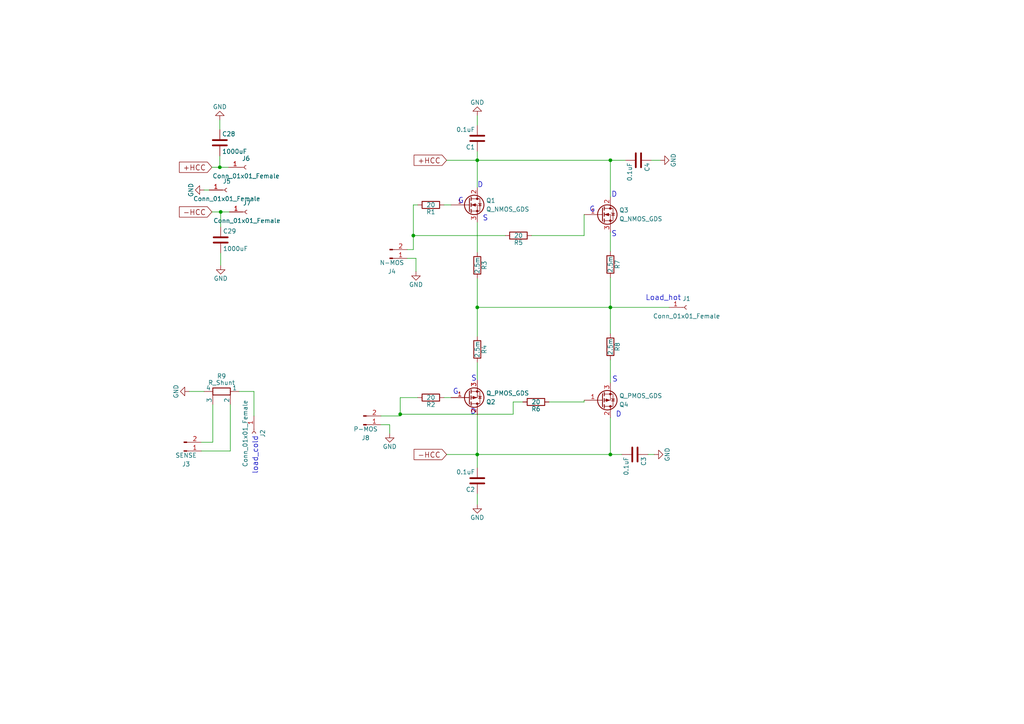
<source format=kicad_sch>
(kicad_sch (version 20230121) (generator eeschema)
  (paper "A4")
  (lib_symbols
    (symbol "Connector:Conn_01x02_Pin" (pin_names (offset 1.016) hide)
      (property "Reference" "J" (at 0 2.54 0))
      (property "Value" "Conn_01x02_Pin" (at 0 -5.08 0))
      (symbol "Conn_01x02_Pin_1_1"
        (polyline (pts (xy 1.27 -2.54) (xy 0.8636 -2.54)) (stroke (width 0.1524)))
        (polyline (pts (xy 1.27 0) (xy 0.8636 0)) (stroke (width 0.1524)))
        (rectangle (start 0.8636 -2.413) (end 0 -2.667) (stroke (width 0.1524)) (fill (type outline)))
        (rectangle (start 0.8636 0.127) (end 0 -0.127) (stroke (width 0.1524)) (fill (type outline)))
        (pin passive line (at 5.08 0 180) (length 3.81) (name "Pin_1") (number "1"))
        (pin passive line (at 5.08 -2.54 180) (length 3.81) (name "Pin_2") (number "2"))
      )
    )
    (symbol "rear-rescue:C-rear-rescue" (pin_numbers hide) (pin_names (offset 0.254))
      (property "Reference" "C" (at 0.635 2.54 0))
      (property "Value" "rear-rescue_C" (at 0.635 -2.54 0))
      (symbol "C-rear-rescue_0_1"
        (polyline (pts (xy -2.032 -0.762) (xy 2.032 -0.762)) (stroke (width 0.508)))
        (polyline (pts (xy -2.032 0.762) (xy 2.032 0.762)) (stroke (width 0.508)))
      )
      (symbol "C-rear-rescue_1_1"
        (pin passive line (at 0 3.81 270) (length 2.794) (name "~") (number "1"))
        (pin passive line (at 0 -3.81 90) (length 2.794) (name "~") (number "2"))
      )
    )
    (symbol "rear-rescue:Conn_01x01_Female-rear-rescue" (pin_names (offset 1.016) hide)
      (property "Reference" "J" (at 0 2.54 0))
      (property "Value" "rear-rescue_Conn_01x01_Female" (at 0 -2.54 0))
      (symbol "Conn_01x01_Female-rear-rescue_1_1"
        (polyline (pts (xy -1.27 0) (xy -0.508 0)) (stroke (width 0.1524)))
        (arc (start 0 0.508) (mid -0.5058 0) (end 0 -0.508) (stroke (width 0.1524)))
        (pin passive line (at -5.08 0 0) (length 3.81) (name "Pin_1") (number "1"))
      )
    )
    (symbol "rear-rescue:GND-rear-rescue" (power) (pin_names (offset 0))
      (property "Value" "GND-rear-rescue" (at 0 -3.81 0))
      (symbol "GND-rear-rescue_0_1"
        (polyline (pts (xy 0 0) (xy 0 -1.27) (xy 1.27 -1.27) (xy 0 -2.54) (xy -1.27 -1.27) (xy 0 -1.27)))
      )
      (symbol "GND-rear-rescue_1_1"
        (pin power_in line (at 0 0 270) (length 0) hide (name "GND") (number "1"))
      )
    )
    (symbol "rear-rescue:Q_NMOS_GDS-rear-rescue" (pin_names (offset 0) hide)
      (property "Reference" "Q" (at 5.08 1.27 0))
      (property "Value" "rear-rescue_Q_NMOS_GDS" (at 5.08 -1.27 0))
      (symbol "Q_NMOS_GDS-rear-rescue_0_1"
        (polyline (pts (xy 0.0508 0) (xy 0.254 0)))
        (polyline (pts (xy 0.762 -1.778) (xy 2.54 -1.778)))
        (polyline (pts (xy 0.762 -1.27) (xy 0.762 -2.286)) (stroke (width 0.254)))
        (polyline (pts (xy 0.762 0) (xy 2.54 0)))
        (polyline (pts (xy 0.762 0.508) (xy 0.762 -0.508)) (stroke (width 0.254)))
        (polyline (pts (xy 0.762 1.778) (xy 2.54 1.778)))
        (polyline (pts (xy 0.762 2.286) (xy 0.762 1.27)) (stroke (width 0.254)))
        (polyline (pts (xy 2.54 -1.778) (xy 2.54 -2.54)))
        (polyline (pts (xy 2.54 -1.778) (xy 2.54 0)))
        (polyline (pts (xy 2.54 2.54) (xy 2.54 1.778)))
        (polyline (pts (xy 0.254 1.905) (xy 0.254 -1.905) (xy 0.254 -1.905)) (stroke (width 0.254)))
        (polyline (pts (xy 1.016 0) (xy 2.032 0.381) (xy 2.032 -0.381) (xy 1.016 0)) (fill (type outline)))
        (polyline (pts (xy 2.54 -1.778) (xy 3.302 -1.778) (xy 3.302 1.778) (xy 2.54 1.778)))
        (polyline (pts (xy 2.794 0.508) (xy 2.921 0.381) (xy 3.683 0.381) (xy 3.81 0.254)))
        (polyline (pts (xy 3.302 0.381) (xy 2.921 -0.254) (xy 3.683 -0.254) (xy 3.302 0.381)))
        (circle (center 1.651 0) (radius 2.8194) (stroke (width 0.254)))
        (circle (center 2.54 -1.778) (radius 0.2794) (fill (type outline)))
        (circle (center 2.54 1.778) (radius 0.2794) (fill (type outline)))
      )
      (symbol "Q_NMOS_GDS-rear-rescue_1_1"
        (pin input line (at -5.08 0 0) (length 5.08) (name "G") (number "1"))
        (pin passive line (at 2.54 5.08 270) (length 2.54) (name "D") (number "2"))
        (pin passive line (at 2.54 -5.08 90) (length 2.54) (name "S") (number "3"))
      )
    )
    (symbol "rear-rescue:Q_PMOS_GDS-rear-rescue" (pin_names (offset 0) hide)
      (property "Reference" "Q" (at 5.08 1.27 0))
      (property "Value" "rear-rescue_Q_PMOS_GDS" (at 5.08 -1.27 0))
      (symbol "Q_PMOS_GDS-rear-rescue_0_1"
        (polyline (pts (xy 0.0508 0) (xy 0.254 0)))
        (polyline (pts (xy 0.762 -1.778) (xy 2.54 -1.778)))
        (polyline (pts (xy 0.762 -1.27) (xy 0.762 -2.286)) (stroke (width 0.254)))
        (polyline (pts (xy 0.762 0) (xy 2.54 0)))
        (polyline (pts (xy 0.762 0.508) (xy 0.762 -0.508)) (stroke (width 0.254)))
        (polyline (pts (xy 0.762 1.778) (xy 2.54 1.778)))
        (polyline (pts (xy 0.762 2.286) (xy 0.762 1.27)) (stroke (width 0.254)))
        (polyline (pts (xy 2.54 -1.778) (xy 2.54 -2.54)))
        (polyline (pts (xy 2.54 -1.778) (xy 2.54 0)))
        (polyline (pts (xy 2.54 2.54) (xy 2.54 1.778)))
        (polyline (pts (xy 0.254 1.905) (xy 0.254 -1.905) (xy 0.254 -1.905)) (stroke (width 0.254)))
        (polyline (pts (xy 2.286 0) (xy 1.27 -0.381) (xy 1.27 0.381) (xy 2.286 0)) (fill (type outline)))
        (polyline (pts (xy 2.54 -1.778) (xy 3.302 -1.778) (xy 3.302 1.778) (xy 2.54 1.778)))
        (polyline (pts (xy 2.794 -0.508) (xy 2.921 -0.381) (xy 3.683 -0.381) (xy 3.81 -0.254)))
        (polyline (pts (xy 3.302 -0.381) (xy 2.921 0.254) (xy 3.683 0.254) (xy 3.302 -0.381)))
        (circle (center 1.651 0) (radius 2.8194) (stroke (width 0.254)))
        (circle (center 2.54 -1.778) (radius 0.2794) (fill (type outline)))
        (circle (center 2.54 1.778) (radius 0.2794) (fill (type outline)))
      )
      (symbol "Q_PMOS_GDS-rear-rescue_1_1"
        (pin input line (at -5.08 0 0) (length 5.08) (name "G") (number "1"))
        (pin passive line (at 2.54 5.08 270) (length 2.54) (name "D") (number "2"))
        (pin passive line (at 2.54 -5.08 90) (length 2.54) (name "S") (number "3"))
      )
    )
    (symbol "rear-rescue:R-rear-rescue" (pin_numbers hide) (pin_names (offset 0))
      (property "Reference" "R" (at 2.032 0 90))
      (property "Value" "rear-rescue_R" (at 0 0 90))
      (symbol "R-rear-rescue_0_1"
        (rectangle (start -1.016 -2.54) (end 1.016 2.54) (stroke (width 0.254)))
      )
      (symbol "R-rear-rescue_1_1"
        (pin passive line (at 0 3.81 270) (length 1.27) (name "~") (number "1"))
        (pin passive line (at 0 -3.81 90) (length 1.27) (name "~") (number "2"))
      )
    )
    (symbol "rear-rescue:R_Shunt-rear-rescue" (pin_numbers hide) (pin_names (offset 0))
      (property "Reference" "R" (at -4.445 0 90))
      (property "Value" "rear-rescue_R_Shunt" (at -2.54 0 90))
      (symbol "R_Shunt-rear-rescue_0_1"
        (rectangle (start -1.016 -2.54) (end 1.016 2.54) (stroke (width 0.254)))
        (polyline (pts (xy 0 -2.54) (xy 1.27 -2.54)))
        (polyline (pts (xy 1.27 2.54) (xy 0 2.54)))
      )
      (symbol "R_Shunt-rear-rescue_1_1"
        (pin passive line (at 0 5.08 270) (length 2.54) (name "1") (number "1"))
        (pin passive line (at 3.81 2.54 180) (length 2.54) (name "2") (number "2"))
        (pin passive line (at 3.81 -2.54 180) (length 2.54) (name "3") (number "3"))
        (pin passive line (at 0 -5.08 90) (length 2.54) (name "4") (number "4"))
      )
    )
  )
  (junction (at 177.038 89.154))
  (junction (at 119.888 68.326))
  (junction (at 138.43 46.482))
  (junction (at 116.078 120.142))
  (junction (at 177.038 131.826))
  (junction (at 138.43 131.826))
  (junction (at 64.008 61.468))
  (junction (at 177.038 46.482))
  (junction (at 63.754 48.514))
  (junction (at 138.43 89.154))
  (wire (pts (xy 64.008 65.786) (xy 64.008 61.468)))
  (wire (pts (xy 159.258 116.586) (xy 169.418 116.586)))
  (wire (pts (xy 177.038 80.518) (xy 177.038 89.154)))
  (wire (pts (xy 138.43 146.304) (xy 138.43 143.256)))
  (wire (pts (xy 61.468 61.468) (xy 64.008 61.468)))
  (wire (pts (xy 58.42 130.81) (xy 66.802 130.81)))
  (wire (pts (xy 59.182 55.118) (xy 60.706 55.118)))
  (wire (pts (xy 69.342 113.538) (xy 73.66 113.538)))
  (wire (pts (xy 129.54 131.826) (xy 138.43 131.826)))
  (wire (pts (xy 119.888 59.436) (xy 119.888 68.326)))
  (wire (pts (xy 119.888 68.326) (xy 146.558 68.326)))
  (wire (pts (xy 138.43 43.942) (xy 138.43 46.482)))
  (wire (pts (xy 116.078 115.316) (xy 116.078 120.142)))
  (wire (pts (xy 177.038 67.31) (xy 177.038 72.898)))
  (wire (pts (xy 169.418 68.326) (xy 169.418 62.23)))
  (wire (pts (xy 63.754 45.212) (xy 63.754 48.514)))
  (wire (pts (xy 138.43 64.516) (xy 138.43 73.152)))
  (wire (pts (xy 154.178 68.326) (xy 169.418 68.326)))
  (wire (pts (xy 128.778 59.436) (xy 130.81 59.436)))
  (wire (pts (xy 169.418 116.586) (xy 169.418 116.078)))
  (wire (pts (xy 61.468 48.514) (xy 63.754 48.514)))
  (wire (pts (xy 138.43 46.482) (xy 177.038 46.482)))
  (wire (pts (xy 118.11 74.93) (xy 120.65 74.93)))
  (wire (pts (xy 66.802 117.348) (xy 66.802 130.81)))
  (wire (pts (xy 116.078 120.142) (xy 148.844 120.142)))
  (wire (pts (xy 148.844 120.142) (xy 148.844 116.586)))
  (wire (pts (xy 110.49 123.19) (xy 113.03 123.19)))
  (wire (pts (xy 138.43 131.826) (xy 138.43 135.636)))
  (wire (pts (xy 138.43 120.396) (xy 138.43 131.826)))
  (wire (pts (xy 73.66 113.538) (xy 73.66 120.65)))
  (wire (pts (xy 177.038 46.482) (xy 181.356 46.482)))
  (wire (pts (xy 59.182 113.538) (xy 54.864 113.538)))
  (wire (pts (xy 113.03 123.19) (xy 113.03 125.73)))
  (wire (pts (xy 187.96 131.826) (xy 189.738 131.826)))
  (wire (pts (xy 138.43 89.154) (xy 177.038 89.154)))
  (wire (pts (xy 138.43 131.826) (xy 177.038 131.826)))
  (wire (pts (xy 129.54 46.482) (xy 138.43 46.482)))
  (wire (pts (xy 138.43 105.156) (xy 138.43 110.236)))
  (wire (pts (xy 177.038 89.154) (xy 177.038 96.774)))
  (wire (pts (xy 64.008 76.962) (xy 64.008 73.406)))
  (wire (pts (xy 177.038 131.826) (xy 180.34 131.826)))
  (wire (pts (xy 116.078 120.65) (xy 116.078 120.142)))
  (wire (pts (xy 177.038 104.394) (xy 177.038 110.998)))
  (wire (pts (xy 177.038 121.158) (xy 177.038 131.826)))
  (wire (pts (xy 121.158 115.316) (xy 116.078 115.316)))
  (wire (pts (xy 119.888 72.39) (xy 119.888 68.326)))
  (wire (pts (xy 64.008 61.468) (xy 66.548 61.468)))
  (wire (pts (xy 188.976 46.482) (xy 191.516 46.482)))
  (wire (pts (xy 177.038 89.154) (xy 194.056 89.154)))
  (wire (pts (xy 61.722 117.348) (xy 61.722 128.27)))
  (wire (pts (xy 138.43 46.482) (xy 138.43 54.356)))
  (wire (pts (xy 110.49 120.65) (xy 116.078 120.65)))
  (wire (pts (xy 121.158 59.436) (xy 119.888 59.436)))
  (wire (pts (xy 63.754 48.514) (xy 66.294 48.514)))
  (wire (pts (xy 148.844 116.586) (xy 151.638 116.586)))
  (wire (pts (xy 138.43 80.772) (xy 138.43 89.154)))
  (wire (pts (xy 138.43 36.322) (xy 138.43 33.528)))
  (wire (pts (xy 120.65 74.93) (xy 120.65 78.74)))
  (wire (pts (xy 177.038 46.482) (xy 177.038 57.15)))
  (wire (pts (xy 63.754 34.798) (xy 63.754 37.592)))
  (wire (pts (xy 118.11 72.39) (xy 119.888 72.39)))
  (wire (pts (xy 128.778 115.316) (xy 130.81 115.316)))
  (wire (pts (xy 58.42 128.27) (xy 61.722 128.27)))
  (wire (pts (xy 138.43 89.154) (xy 138.43 97.536)))
  (text "S" (at 177.546 110.998 0) (effects (font (size 1.524 1.524)) (justify left bottom)))
  (text "S" (at 177.292 68.834 0) (effects (font (size 1.524 1.524)) (justify left bottom)))
  (text "D" (at 177.292 57.404 0) (effects (font (size 1.524 1.524)) (justify left bottom)))
  (text "S" (at 136.652 110.744 0) (effects (font (size 1.524 1.524)) (justify left bottom)))
  (text "D" (at 136.398 120.396 0) (effects (font (size 1.524 1.524)) (justify left bottom)))
  (text "G" (at 170.942 61.722 0) (effects (font (size 1.524 1.524)) (justify left bottom)))
  (text "D" (at 178.562 121.158 0) (effects (font (size 1.524 1.524)) (justify left bottom)))
  (text "load_cold" (at 74.93 126.492 90) (effects (font (size 1.524 1.524)) (justify right bottom)))
  (text "Load_hot" (at 187.198 87.376 0) (effects (font (size 1.524 1.524)) (justify left bottom)))
  (text "G" (at 132.842 59.182 0) (effects (font (size 1.524 1.524)) (justify left bottom)))
  (text "G" (at 131.318 114.554 0) (effects (font (size 1.524 1.524)) (justify left bottom)))
  (text "S" (at 139.954 64.262 0) (effects (font (size 1.524 1.524)) (justify left bottom)))
  (text "D" (at 138.43 54.61 0) (effects (font (size 1.524 1.524)) (justify left bottom)))
  (global_label "+HCC" (shape input) (at 129.54 46.482 180) (effects (font (size 1.524 1.524))) (property "Intersheetrefs" "${INTERSHEET_REFS}" (effects hide)))
  (global_label "-HCC" (shape input) (at 129.54 131.826 180) (effects (font (size 1.524 1.524))) (property "Intersheetrefs" "${INTERSHEET_REFS}" (effects hide)))
  (global_label "-HCC" (shape input) (at 61.468 61.468 180) (effects (font (size 1.524 1.524))) (property "Intersheetrefs" "${INTERSHEET_REFS}" (effects hide)))
  (global_label "+HCC" (shape input) (at 61.468 48.514 180) (effects (font (size 1.524 1.524))) (property "Intersheetrefs" "${INTERSHEET_REFS}" (effects hide)))
  (symbol (lib_id "rear-rescue:R-rear-rescue") (at 177.038 76.708 0) (unit 1)
    (property "Reference" "R7" (at 179.07 76.708 90))
    (property "Value" "2.5m" (at 177.038 76.708 90))
    (property "Footprint" "Resistors_SMD:R_2512" (effects hide))
    (property "DIGIKEY PARTNO" "A129569CT-ND" (effects hide))
  )
  (symbol (lib_id "rear-rescue:R-rear-rescue") (at 138.43 76.962 0) (unit 1)
    (property "Reference" "R3" (at 140.462 76.962 90))
    (property "Value" "2.5m" (at 138.43 76.962 90))
    (property "Footprint" "Resistors_SMD:R_2512" (effects hide))
    (property "DIGIKEY PARTNO" "A129569CT-ND" (effects hide))
  )
  (symbol (lib_id "rear-rescue:R-rear-rescue") (at 177.038 100.584 0) (mirror x) (unit 1)
    (property "Reference" "R8" (at 179.07 100.584 90))
    (property "Value" "2.5m" (at 177.038 100.584 90))
    (property "Footprint" "Resistors_SMD:R_2512" (effects hide))
    (property "DIGIKEY PARTNO" "A129569CT-ND" (effects hide))
  )
  (symbol (lib_id "rear-rescue:R-rear-rescue") (at 138.43 101.346 0) (mirror x) (unit 1)
    (property "Reference" "R4" (at 140.462 101.346 90))
    (property "Value" "2.5m" (at 138.43 101.346 90))
    (property "Footprint" "Resistors_SMD:R_2512" (effects hide))
    (property "DIGIKEY PARTNO" "A129569CT-ND" (effects hide))
  )
  (symbol (lib_id "rear-rescue:C-rear-rescue") (at 184.15 131.826 270) (unit 1)
    (property "Reference" "C3" (at 186.69 132.461 0) (effects (justify left)))
    (property "Value" "0.1uF" (at 181.61 132.461 0) (effects (justify left)))
    (property "Footprint" "Capacitors_SMD:C_0603" (effects hide))
    (property "DIGIKEY PARTNO" "399-6853-1-ND" (effects hide))
    (property "MPN" "C0603C104J5RACAUTO" (effects hide))
  )
  (symbol (lib_id "rear-rescue:GND-rear-rescue") (at 189.738 131.826 90) (unit 1)
    (property "Reference" "#PWR01" (effects hide))
    (property "Value" "GND" (at 193.548 131.826 0))
  )
  (symbol (lib_id "rear-rescue:C-rear-rescue") (at 185.166 46.482 270) (unit 1)
    (property "Reference" "C4" (at 187.706 47.117 0) (effects (justify left)))
    (property "Value" "0.1uF" (at 182.626 47.117 0) (effects (justify left)))
    (property "Footprint" "Capacitors_SMD:C_0603" (effects hide))
    (property "DIGIKEY PARTNO" "399-6853-1-ND" (effects hide))
    (property "MPN" "C0603C104J5RACAUTO" (effects hide))
  )
  (symbol (lib_id "rear-rescue:GND-rear-rescue") (at 191.516 46.482 90) (unit 1)
    (property "Reference" "#PWR02" (effects hide))
    (property "Value" "GND" (at 195.326 46.482 0))
  )
  (symbol (lib_id "rear-rescue:C-rear-rescue") (at 138.43 40.132 180) (unit 1)
    (property "Reference" "C1" (at 137.795 42.672 0) (effects (justify left)))
    (property "Value" "0.1uF" (at 137.795 37.592 0) (effects (justify left)))
    (property "Footprint" "Capacitors_SMD:C_0603" (effects hide))
    (property "DIGIKEY PARTNO" "399-6853-1-ND" (effects hide))
    (property "MPN" "C0603C104J5RACAUTO" (effects hide))
  )
  (symbol (lib_id "rear-rescue:GND-rear-rescue") (at 138.43 33.528 180) (unit 1)
    (property "Reference" "#PWR03" (effects hide))
    (property "Value" "GND" (at 138.43 29.718 0))
  )
  (symbol (lib_id "rear-rescue:C-rear-rescue") (at 138.43 139.446 180) (unit 1)
    (property "Reference" "C2" (at 137.795 141.986 0) (effects (justify left)))
    (property "Value" "0.1uF" (at 137.795 136.906 0) (effects (justify left)))
    (property "Footprint" "Capacitors_SMD:C_0603" (effects hide))
    (property "DIGIKEY PARTNO" "399-6853-1-ND" (effects hide))
    (property "MPN" "C0603C104J5RACAUTO" (effects hide))
  )
  (symbol (lib_id "rear-rescue:GND-rear-rescue") (at 138.43 146.304 0) (unit 1)
    (property "Reference" "#PWR04" (effects hide))
    (property "Value" "GND" (at 138.43 150.114 0))
  )
  (symbol (lib_id "rear-rescue:Q_NMOS_GDS-rear-rescue") (at 135.89 59.436 0) (unit 1)
    (property "Reference" "Q1" (at 140.97 58.166 0) (effects (justify left)))
    (property "Value" "Q_NMOS_GDS" (at 140.97 60.706 0) (effects (justify left)))
    (property "Footprint" "zmyfootprint:PowerMOS" (effects hide))
    (property "DIGIKEY PARTNO" "IXFN520N075T2-ND" (effects hide))
  )
  (symbol (lib_id "rear-rescue:Q_PMOS_GDS-rear-rescue") (at 135.89 115.316 0) (mirror x) (unit 1)
    (property "Reference" "Q2" (at 140.97 116.586 0) (effects (justify left)))
    (property "Value" "Q_PMOS_GDS" (at 140.97 114.046 0) (effects (justify left)))
    (property "Footprint" "zmyfootprint:PowerMOS" (effects hide))
    (property "DIGIKEY PARTNO" "IXTN170P10P-ND" (effects hide))
  )
  (symbol (lib_id "rear-rescue:Q_NMOS_GDS-rear-rescue") (at 174.498 62.23 0) (unit 1)
    (property "Reference" "Q3" (at 179.578 60.96 0) (effects (justify left)))
    (property "Value" "Q_NMOS_GDS" (at 179.578 63.5 0) (effects (justify left)))
    (property "Footprint" "zmyfootprint:PowerMOS" (effects hide))
    (property "DIGIKEY PARTNO" "IXFN520N075T2-ND" (effects hide))
  )
  (symbol (lib_id "rear-rescue:Q_PMOS_GDS-rear-rescue") (at 174.498 116.078 0) (mirror x) (unit 1)
    (property "Reference" "Q4" (at 179.578 117.348 0) (effects (justify left)))
    (property "Value" "Q_PMOS_GDS" (at 179.578 114.808 0) (effects (justify left)))
    (property "Footprint" "zmyfootprint:PowerMOS" (effects hide))
    (property "DIGIKEY PARTNO" "IXTN170P10P-ND" (effects hide))
  )
  (symbol (lib_id "rear-rescue:Conn_01x01_Female-rear-rescue") (at 199.136 89.154 0) (unit 1)
    (property "Reference" "J1" (at 199.136 86.614 0))
    (property "Value" "Conn_01x01_Female" (at 199.136 91.694 0))
    (property "Footprint" "zmyfootprint:SAFETY-BANANA-JACK-CT3151" (effects hide))
  )
  (symbol (lib_id "rear-rescue:R-rear-rescue") (at 155.448 116.586 270) (unit 1)
    (property "Reference" "R6" (at 155.448 118.618 90))
    (property "Value" "20" (at 155.448 116.586 90))
    (property "Footprint" "Resistor_SMD:R_0603_1608Metric_Pad0.98x0.95mm_HandSolder" (effects hide))
    (property "DIGIKEY PARTNO" "P20.00BYCT-ND" (effects hide))
  )
  (symbol (lib_id "rear-rescue:R_Shunt-rear-rescue") (at 64.262 113.538 270) (unit 1)
    (property "Reference" "R9" (at 64.262 109.093 90))
    (property "Value" "R_Shunt" (at 64.262 110.998 90))
    (property "Footprint" "zmyfootprint:SHR4-3825" (effects hide))
  )
  (symbol (lib_id "rear-rescue:GND-rear-rescue") (at 54.864 113.538 270) (unit 1)
    (property "Reference" "#PWR05" (effects hide))
    (property "Value" "GND" (at 51.054 113.538 0))
  )
  (symbol (lib_id "rear-rescue:Conn_01x01_Female-rear-rescue") (at 73.66 125.73 270) (unit 1)
    (property "Reference" "J2" (at 76.2 125.73 0))
    (property "Value" "Conn_01x01_Female" (at 71.12 125.73 0))
    (property "Footprint" "zmyfootprint:SAFETY-BANANA-JACK-CT3151" (effects hide))
  )
  (symbol (lib_id "rear-rescue:C-rear-rescue") (at 63.754 41.402 0) (unit 1)
    (property "Reference" "C28" (at 64.389 38.862 0) (effects (justify left)))
    (property "Value" "1000uF" (at 64.389 43.942 0) (effects (justify left)))
    (property "Footprint" "zmyfootprint:CAPCITOR_TOT" (effects hide))
    (property "DIGIKEY PARTNO" "647-UKL1J102KHD" (effects hide))
  )
  (symbol (lib_id "rear-rescue:GND-rear-rescue") (at 63.754 34.798 180) (unit 1)
    (property "Reference" "#PWR06" (effects hide))
    (property "Value" "GND" (at 63.754 30.988 0))
  )
  (symbol (lib_id "rear-rescue:GND-rear-rescue") (at 59.182 55.118 270) (unit 1)
    (property "Reference" "#PWR07" (effects hide))
    (property "Value" "GND" (at 55.372 55.118 0))
  )
  (symbol (lib_id "rear-rescue:Conn_01x01_Female-rear-rescue") (at 65.786 55.118 0) (unit 1)
    (property "Reference" "J5" (at 65.786 52.578 0))
    (property "Value" "Conn_01x01_Female" (at 65.786 57.658 0))
    (property "Footprint" "zmyfootprint:SAFETY-BANANA-JACK-CT3151" (effects hide))
  )
  (symbol (lib_id "rear-rescue:Conn_01x01_Female-rear-rescue") (at 71.374 48.514 0) (unit 1)
    (property "Reference" "J6" (at 71.374 45.974 0))
    (property "Value" "Conn_01x01_Female" (at 71.374 51.054 0))
    (property "Footprint" "zmyfootprint:SAFETY-BANANA-JACK-CT3151" (effects hide))
  )
  (symbol (lib_id "rear-rescue:Conn_01x01_Female-rear-rescue") (at 71.628 61.468 0) (unit 1)
    (property "Reference" "J7" (at 71.628 58.928 0))
    (property "Value" "Conn_01x01_Female" (at 71.628 64.008 0))
    (property "Footprint" "zmyfootprint:SAFETY-BANANA-JACK-CT3151" (effects hide))
  )
  (symbol (lib_id "rear-rescue:C-rear-rescue") (at 64.008 69.596 0) (unit 1)
    (property "Reference" "C29" (at 64.643 67.056 0) (effects (justify left)))
    (property "Value" "1000uF" (at 64.643 72.136 0) (effects (justify left)))
    (property "Footprint" "zmyfootprint:CAPCITOR_TOT" (effects hide))
    (property "DIGIKEY PARTNO" "647-UKL1J102KHD" (effects hide))
  )
  (symbol (lib_id "rear-rescue:GND-rear-rescue") (at 64.008 76.962 0) (unit 1)
    (property "Reference" "#PWR08" (effects hide))
    (property "Value" "GND" (at 64.008 80.772 0))
  )
  (symbol (lib_id "rear-rescue:R-rear-rescue") (at 124.968 59.436 270) (unit 1)
    (property "Reference" "R1" (at 124.968 61.468 90))
    (property "Value" "20" (at 124.968 59.436 90))
    (property "Footprint" "Resistor_SMD:R_0603_1608Metric_Pad0.98x0.95mm_HandSolder" (effects hide))
    (property "DIGIKEY PARTNO" "P20.00BYCT-ND" (effects hide))
  )
  (symbol (lib_id "rear-rescue:R-rear-rescue") (at 124.968 115.316 270) (unit 1)
    (property "Reference" "R2" (at 124.968 117.348 90))
    (property "Value" "20" (at 124.968 115.316 90))
    (property "Footprint" "Resistor_SMD:R_0603_1608Metric_Pad0.98x0.95mm_HandSolder" (effects hide))
    (property "DIGIKEY PARTNO" "P20.00BYCT-ND" (effects hide))
  )
  (symbol (lib_id "Connector:Conn_01x02_Pin") (at 53.34 130.81 0) (mirror x) (unit 1)
    (property "Reference" "J3" (at 53.975 134.62 0))
    (property "Value" "SENSE" (at 53.975 132.08 0))
    (property "Footprint" "Connector_PinHeader_2.54mm:PinHeader_1x02_P2.54mm_Vertical" (effects hide))
  )
  (symbol (lib_id "rear-rescue:GND-rear-rescue") (at 113.03 125.73 0) (unit 1)
    (property "Reference" "#PWR010" (effects hide))
    (property "Value" "GND" (at 113.03 129.54 0))
  )
  (symbol (lib_id "rear-rescue:R-rear-rescue") (at 150.368 68.326 270) (unit 1)
    (property "Reference" "R5" (at 150.368 70.358 90))
    (property "Value" "20" (at 150.368 68.326 90))
    (property "Footprint" "Resistor_SMD:R_0603_1608Metric_Pad0.98x0.95mm_HandSolder" (effects hide))
    (property "DIGIKEY PARTNO" "P20.00BYCT-ND" (effects hide))
  )
  (symbol (lib_id "rear-rescue:GND-rear-rescue") (at 120.65 78.74 0) (unit 1)
    (property "Reference" "#PWR09" (effects hide))
    (property "Value" "GND" (at 120.65 82.55 0))
  )
  (symbol (lib_id "Connector:Conn_01x02_Pin") (at 113.03 74.93 0) (mirror x) (unit 1)
    (property "Reference" "J4" (at 113.665 78.74 0))
    (property "Value" "N-MOS" (at 113.665 76.2 0))
    (property "Footprint" "Connector_PinHeader_2.54mm:PinHeader_1x02_P2.54mm_Vertical" (effects hide))
  )
  (symbol (lib_id "Connector:Conn_01x02_Pin") (at 105.41 123.19 0) (mirror x) (unit 1)
    (property "Reference" "J8" (at 106.045 127 0))
    (property "Value" "P-MOS" (at 106.045 124.46 0))
    (property "Footprint" "Connector_PinHeader_2.54mm:PinHeader_1x02_P2.54mm_Vertical" (effects hide))
  )
)
</source>
